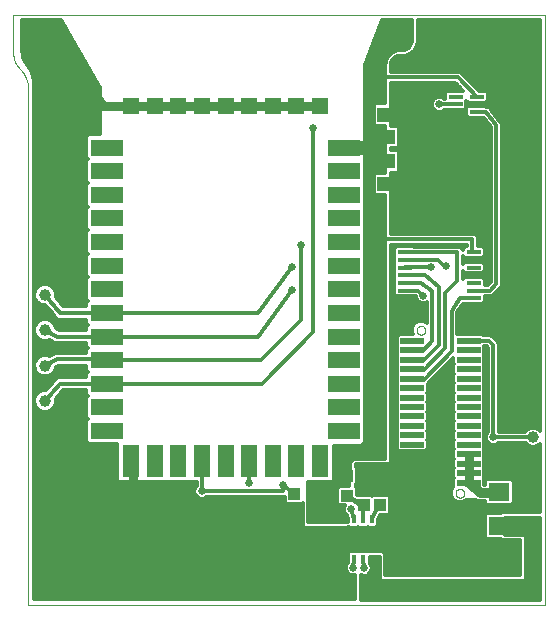
<source format=gtl>
G75*
%MOIN*%
%OFA0B0*%
%FSLAX25Y25*%
%IPPOS*%
%LPD*%
%AMOC8*
5,1,8,0,0,1.08239X$1,22.5*
%
%ADD10C,0.00000*%
%ADD11R,0.05512X0.11024*%
%ADD12R,0.11024X0.05512*%
%ADD13R,0.05512X0.05512*%
%ADD14R,0.07874X0.01969*%
%ADD15R,0.07098X0.06299*%
%ADD16R,0.05906X0.05118*%
%ADD17C,0.21000*%
%ADD18C,0.12268*%
%ADD19R,0.01600X0.03000*%
%ADD20R,0.07500X0.07500*%
%ADD21R,0.05118X0.06299*%
%ADD22R,0.04134X0.04252*%
%ADD23R,0.06299X0.05118*%
%ADD24R,0.04331X0.03937*%
%ADD25R,0.04961X0.01417*%
%ADD26C,0.03937*%
%ADD27R,0.03937X0.04331*%
%ADD28R,0.04724X0.01575*%
%ADD29C,0.01200*%
%ADD30C,0.01600*%
%ADD31C,0.03000*%
%ADD32C,0.04500*%
%ADD33C,0.02578*%
%ADD34C,0.02000*%
%ADD35C,0.03200*%
%ADD36C,0.01500*%
%ADD37R,0.02578X0.02578*%
D10*
X0006083Y0042283D02*
X0006083Y0214207D01*
X0006080Y0214441D01*
X0006072Y0214675D01*
X0006058Y0214909D01*
X0006038Y0215143D01*
X0006013Y0215376D01*
X0005983Y0215608D01*
X0005947Y0215839D01*
X0005905Y0216070D01*
X0005858Y0216299D01*
X0005806Y0216528D01*
X0005748Y0216755D01*
X0005684Y0216980D01*
X0005616Y0217204D01*
X0005542Y0217426D01*
X0005462Y0217647D01*
X0005378Y0217865D01*
X0005288Y0218082D01*
X0005194Y0218296D01*
X0005094Y0218508D01*
X0004989Y0218717D01*
X0004879Y0218924D01*
X0004764Y0219129D01*
X0004645Y0219330D01*
X0004520Y0219529D01*
X0004391Y0219724D01*
X0004258Y0219917D01*
X0004120Y0220106D01*
X0003977Y0220292D01*
X0003830Y0220474D01*
X0003679Y0220653D01*
X0003523Y0220828D01*
X0003364Y0220999D01*
X0003200Y0221167D01*
X0001083Y0226278D02*
X0001083Y0239134D01*
X0178248Y0239134D01*
X0178248Y0042283D01*
X0006083Y0042283D01*
X0135496Y0133957D02*
X0135498Y0134034D01*
X0135504Y0134110D01*
X0135514Y0134186D01*
X0135528Y0134261D01*
X0135545Y0134336D01*
X0135567Y0134409D01*
X0135592Y0134482D01*
X0135622Y0134553D01*
X0135654Y0134622D01*
X0135691Y0134689D01*
X0135730Y0134755D01*
X0135773Y0134818D01*
X0135820Y0134879D01*
X0135869Y0134938D01*
X0135922Y0134994D01*
X0135977Y0135047D01*
X0136035Y0135097D01*
X0136095Y0135144D01*
X0136158Y0135188D01*
X0136223Y0135229D01*
X0136290Y0135266D01*
X0136359Y0135300D01*
X0136429Y0135330D01*
X0136501Y0135356D01*
X0136575Y0135378D01*
X0136649Y0135397D01*
X0136724Y0135412D01*
X0136800Y0135423D01*
X0136876Y0135430D01*
X0136953Y0135433D01*
X0137029Y0135432D01*
X0137106Y0135427D01*
X0137182Y0135418D01*
X0137258Y0135405D01*
X0137332Y0135388D01*
X0137406Y0135368D01*
X0137479Y0135343D01*
X0137550Y0135315D01*
X0137620Y0135283D01*
X0137688Y0135248D01*
X0137754Y0135209D01*
X0137818Y0135167D01*
X0137879Y0135121D01*
X0137939Y0135072D01*
X0137995Y0135021D01*
X0138049Y0134966D01*
X0138100Y0134909D01*
X0138148Y0134849D01*
X0138193Y0134787D01*
X0138234Y0134722D01*
X0138272Y0134656D01*
X0138307Y0134588D01*
X0138337Y0134517D01*
X0138365Y0134446D01*
X0138388Y0134373D01*
X0138408Y0134299D01*
X0138424Y0134224D01*
X0138436Y0134148D01*
X0138444Y0134072D01*
X0138448Y0133995D01*
X0138448Y0133919D01*
X0138444Y0133842D01*
X0138436Y0133766D01*
X0138424Y0133690D01*
X0138408Y0133615D01*
X0138388Y0133541D01*
X0138365Y0133468D01*
X0138337Y0133397D01*
X0138307Y0133326D01*
X0138272Y0133258D01*
X0138234Y0133192D01*
X0138193Y0133127D01*
X0138148Y0133065D01*
X0138100Y0133005D01*
X0138049Y0132948D01*
X0137995Y0132893D01*
X0137939Y0132842D01*
X0137879Y0132793D01*
X0137818Y0132747D01*
X0137754Y0132705D01*
X0137688Y0132666D01*
X0137620Y0132631D01*
X0137550Y0132599D01*
X0137479Y0132571D01*
X0137406Y0132546D01*
X0137332Y0132526D01*
X0137258Y0132509D01*
X0137182Y0132496D01*
X0137106Y0132487D01*
X0137029Y0132482D01*
X0136953Y0132481D01*
X0136876Y0132484D01*
X0136800Y0132491D01*
X0136724Y0132502D01*
X0136649Y0132517D01*
X0136575Y0132536D01*
X0136501Y0132558D01*
X0136429Y0132584D01*
X0136359Y0132614D01*
X0136290Y0132648D01*
X0136223Y0132685D01*
X0136158Y0132726D01*
X0136095Y0132770D01*
X0136035Y0132817D01*
X0135977Y0132867D01*
X0135922Y0132920D01*
X0135869Y0132976D01*
X0135820Y0133035D01*
X0135773Y0133096D01*
X0135730Y0133159D01*
X0135691Y0133225D01*
X0135654Y0133292D01*
X0135622Y0133361D01*
X0135592Y0133432D01*
X0135567Y0133505D01*
X0135545Y0133578D01*
X0135528Y0133653D01*
X0135514Y0133728D01*
X0135504Y0133804D01*
X0135498Y0133880D01*
X0135496Y0133957D01*
X0148489Y0079626D02*
X0148491Y0079703D01*
X0148497Y0079779D01*
X0148507Y0079855D01*
X0148521Y0079930D01*
X0148538Y0080005D01*
X0148560Y0080078D01*
X0148585Y0080151D01*
X0148615Y0080222D01*
X0148647Y0080291D01*
X0148684Y0080358D01*
X0148723Y0080424D01*
X0148766Y0080487D01*
X0148813Y0080548D01*
X0148862Y0080607D01*
X0148915Y0080663D01*
X0148970Y0080716D01*
X0149028Y0080766D01*
X0149088Y0080813D01*
X0149151Y0080857D01*
X0149216Y0080898D01*
X0149283Y0080935D01*
X0149352Y0080969D01*
X0149422Y0080999D01*
X0149494Y0081025D01*
X0149568Y0081047D01*
X0149642Y0081066D01*
X0149717Y0081081D01*
X0149793Y0081092D01*
X0149869Y0081099D01*
X0149946Y0081102D01*
X0150022Y0081101D01*
X0150099Y0081096D01*
X0150175Y0081087D01*
X0150251Y0081074D01*
X0150325Y0081057D01*
X0150399Y0081037D01*
X0150472Y0081012D01*
X0150543Y0080984D01*
X0150613Y0080952D01*
X0150681Y0080917D01*
X0150747Y0080878D01*
X0150811Y0080836D01*
X0150872Y0080790D01*
X0150932Y0080741D01*
X0150988Y0080690D01*
X0151042Y0080635D01*
X0151093Y0080578D01*
X0151141Y0080518D01*
X0151186Y0080456D01*
X0151227Y0080391D01*
X0151265Y0080325D01*
X0151300Y0080257D01*
X0151330Y0080186D01*
X0151358Y0080115D01*
X0151381Y0080042D01*
X0151401Y0079968D01*
X0151417Y0079893D01*
X0151429Y0079817D01*
X0151437Y0079741D01*
X0151441Y0079664D01*
X0151441Y0079588D01*
X0151437Y0079511D01*
X0151429Y0079435D01*
X0151417Y0079359D01*
X0151401Y0079284D01*
X0151381Y0079210D01*
X0151358Y0079137D01*
X0151330Y0079066D01*
X0151300Y0078995D01*
X0151265Y0078927D01*
X0151227Y0078861D01*
X0151186Y0078796D01*
X0151141Y0078734D01*
X0151093Y0078674D01*
X0151042Y0078617D01*
X0150988Y0078562D01*
X0150932Y0078511D01*
X0150872Y0078462D01*
X0150811Y0078416D01*
X0150747Y0078374D01*
X0150681Y0078335D01*
X0150613Y0078300D01*
X0150543Y0078268D01*
X0150472Y0078240D01*
X0150399Y0078215D01*
X0150325Y0078195D01*
X0150251Y0078178D01*
X0150175Y0078165D01*
X0150099Y0078156D01*
X0150022Y0078151D01*
X0149946Y0078150D01*
X0149869Y0078153D01*
X0149793Y0078160D01*
X0149717Y0078171D01*
X0149642Y0078186D01*
X0149568Y0078205D01*
X0149494Y0078227D01*
X0149422Y0078253D01*
X0149352Y0078283D01*
X0149283Y0078317D01*
X0149216Y0078354D01*
X0149151Y0078395D01*
X0149088Y0078439D01*
X0149028Y0078486D01*
X0148970Y0078536D01*
X0148915Y0078589D01*
X0148862Y0078645D01*
X0148813Y0078704D01*
X0148766Y0078765D01*
X0148723Y0078828D01*
X0148684Y0078894D01*
X0148647Y0078961D01*
X0148615Y0079030D01*
X0148585Y0079101D01*
X0148560Y0079174D01*
X0148538Y0079247D01*
X0148521Y0079322D01*
X0148507Y0079397D01*
X0148497Y0079473D01*
X0148491Y0079549D01*
X0148489Y0079626D01*
X0003199Y0221166D02*
X0003075Y0221293D01*
X0002955Y0221423D01*
X0002837Y0221556D01*
X0002723Y0221692D01*
X0002612Y0221830D01*
X0002505Y0221972D01*
X0002401Y0222115D01*
X0002300Y0222262D01*
X0002204Y0222411D01*
X0002110Y0222562D01*
X0002021Y0222715D01*
X0001936Y0222870D01*
X0001854Y0223028D01*
X0001776Y0223187D01*
X0001702Y0223349D01*
X0001632Y0223512D01*
X0001566Y0223676D01*
X0001505Y0223843D01*
X0001447Y0224010D01*
X0001393Y0224180D01*
X0001344Y0224350D01*
X0001299Y0224521D01*
X0001258Y0224694D01*
X0001221Y0224868D01*
X0001188Y0225042D01*
X0001160Y0225217D01*
X0001136Y0225393D01*
X0001117Y0225569D01*
X0001102Y0225746D01*
X0001091Y0225923D01*
X0001084Y0226101D01*
X0001082Y0226278D01*
D11*
X0040343Y0090512D03*
X0048217Y0090512D03*
X0056091Y0090512D03*
X0063965Y0090512D03*
X0071839Y0090512D03*
X0079713Y0090512D03*
X0087587Y0090512D03*
X0095461Y0090512D03*
X0103335Y0090512D03*
D12*
X0111209Y0100354D03*
X0111209Y0108228D03*
X0111209Y0116102D03*
X0111209Y0123976D03*
X0111209Y0131850D03*
X0111209Y0139724D03*
X0111209Y0147598D03*
X0111209Y0155472D03*
X0111209Y0163346D03*
X0111209Y0171220D03*
X0111209Y0179095D03*
X0111209Y0186969D03*
X0111209Y0194843D03*
X0032469Y0194843D03*
X0032469Y0186969D03*
X0032469Y0179095D03*
X0032469Y0171220D03*
X0032469Y0163346D03*
X0032469Y0155472D03*
X0032469Y0147598D03*
X0032469Y0139724D03*
X0032469Y0131850D03*
X0032469Y0123976D03*
X0032469Y0116102D03*
X0032469Y0108228D03*
X0032469Y0100354D03*
D13*
X0040343Y0208622D03*
X0048217Y0208622D03*
X0056091Y0208622D03*
X0063965Y0208622D03*
X0071839Y0208622D03*
X0079713Y0208622D03*
X0087587Y0208622D03*
X0095461Y0208622D03*
X0103335Y0208622D03*
D14*
X0134020Y0130413D03*
X0134020Y0127264D03*
X0134020Y0124114D03*
X0134020Y0120965D03*
X0134020Y0117815D03*
X0134020Y0114665D03*
X0134020Y0111516D03*
X0134020Y0108366D03*
X0134020Y0105217D03*
X0134020Y0102067D03*
X0134020Y0098917D03*
X0134020Y0095768D03*
X0134020Y0092618D03*
X0134020Y0089469D03*
X0134020Y0086319D03*
X0134020Y0083169D03*
X0152917Y0083169D03*
X0152917Y0086319D03*
X0152917Y0089469D03*
X0152917Y0092618D03*
X0152917Y0095768D03*
X0152917Y0098917D03*
X0152917Y0102067D03*
X0152917Y0105217D03*
X0152917Y0108366D03*
X0152917Y0111516D03*
X0152917Y0114665D03*
X0152917Y0117815D03*
X0152917Y0120965D03*
X0152917Y0124114D03*
X0152917Y0127264D03*
X0152917Y0130413D03*
D15*
X0163083Y0079882D03*
X0163083Y0068685D03*
D16*
X0125483Y0182743D03*
X0125483Y0190224D03*
X0125483Y0198343D03*
X0125483Y0205824D03*
D17*
X0146618Y0181004D03*
D18*
X0012500Y0230020D03*
D19*
X0111358Y0070887D03*
X0114508Y0070887D03*
X0117657Y0070887D03*
X0120807Y0070887D03*
X0120807Y0057680D03*
X0117657Y0057680D03*
X0114508Y0057680D03*
X0111358Y0057680D03*
D20*
X0116083Y0064283D03*
D21*
X0112546Y0049583D03*
X0120420Y0049583D03*
D22*
X0123438Y0075683D03*
X0130328Y0075683D03*
D23*
X0104483Y0073020D03*
X0104483Y0065146D03*
D24*
X0112283Y0078737D03*
X0117883Y0075737D03*
X0117883Y0082430D03*
X0112283Y0085430D03*
D25*
X0131665Y0144606D03*
X0131665Y0147165D03*
X0131665Y0149724D03*
X0131665Y0152283D03*
X0131665Y0154843D03*
X0131665Y0157402D03*
X0131665Y0159961D03*
X0154500Y0159961D03*
X0154500Y0157402D03*
X0154500Y0154843D03*
X0154500Y0152283D03*
X0154500Y0149724D03*
X0154500Y0147165D03*
X0154500Y0144606D03*
D26*
X0174311Y0098283D03*
X0174311Y0076883D03*
X0174311Y0058683D03*
X0129083Y0232283D03*
X0011713Y0145783D03*
X0011713Y0133972D03*
X0011713Y0122161D03*
X0011713Y0110350D03*
D27*
X0094736Y0079283D03*
X0101429Y0079283D03*
D28*
X0148539Y0206724D03*
X0148539Y0209283D03*
X0148539Y0211843D03*
X0155626Y0211843D03*
X0155626Y0206724D03*
D29*
X0158642Y0206724D01*
X0162083Y0202283D01*
X0162083Y0149283D01*
X0160083Y0147165D01*
X0154500Y0147165D01*
X0154500Y0144606D02*
X0150083Y0144606D01*
X0147283Y0140483D01*
X0147283Y0126883D01*
X0138083Y0117483D01*
X0134283Y0117883D01*
X0134020Y0117815D01*
X0134433Y0120883D02*
X0137883Y0120683D01*
X0145083Y0127883D01*
X0145083Y0146283D01*
X0149083Y0150283D01*
X0149083Y0159961D01*
X0136206Y0159961D01*
X0131665Y0159961D01*
X0131846Y0157483D02*
X0142683Y0157483D01*
X0144483Y0155683D01*
X0145483Y0155483D01*
X0150820Y0160769D02*
X0149828Y0161761D01*
X0134751Y0161761D01*
X0134643Y0161869D01*
X0128688Y0161869D01*
X0127985Y0161166D01*
X0127985Y0158755D01*
X0128059Y0158681D01*
X0127985Y0158607D01*
X0127985Y0156196D01*
X0128059Y0156122D01*
X0127985Y0156048D01*
X0127985Y0153637D01*
X0128059Y0153563D01*
X0127985Y0153489D01*
X0127985Y0151078D01*
X0128059Y0151004D01*
X0127985Y0150930D01*
X0127985Y0148519D01*
X0128059Y0148445D01*
X0127985Y0148371D01*
X0127985Y0145960D01*
X0128688Y0145257D01*
X0131515Y0145257D01*
X0131780Y0145136D01*
X0132101Y0145257D01*
X0134643Y0145257D01*
X0134669Y0145283D01*
X0135194Y0145283D01*
X0135194Y0144988D01*
X0135573Y0144074D01*
X0136273Y0143373D01*
X0137188Y0142995D01*
X0138178Y0142995D01*
X0138883Y0143287D01*
X0138883Y0136397D01*
X0138715Y0136565D01*
X0137584Y0137033D01*
X0136361Y0137033D01*
X0135230Y0136565D01*
X0134364Y0135699D01*
X0133896Y0134569D01*
X0126863Y0134569D01*
X0126863Y0135767D02*
X0134432Y0135767D01*
X0133896Y0134569D02*
X0133896Y0133345D01*
X0134206Y0132598D01*
X0129586Y0132598D01*
X0128883Y0131895D01*
X0128883Y0128932D01*
X0128976Y0128839D01*
X0128883Y0128745D01*
X0128883Y0125782D01*
X0128976Y0125689D01*
X0128883Y0125595D01*
X0128883Y0122633D01*
X0128976Y0122539D01*
X0128883Y0122446D01*
X0128883Y0119483D01*
X0128976Y0119390D01*
X0128883Y0119296D01*
X0128883Y0116334D01*
X0128976Y0116240D01*
X0128883Y0116147D01*
X0128883Y0113184D01*
X0128976Y0113091D01*
X0128883Y0112997D01*
X0128883Y0110034D01*
X0128976Y0109941D01*
X0128883Y0109847D01*
X0128883Y0106885D01*
X0128976Y0106791D01*
X0128883Y0106698D01*
X0128883Y0103735D01*
X0128976Y0103642D01*
X0128883Y0103548D01*
X0128883Y0100586D01*
X0128976Y0100492D01*
X0128883Y0100399D01*
X0128883Y0097436D01*
X0128976Y0097343D01*
X0128883Y0097249D01*
X0128883Y0094286D01*
X0129586Y0093583D01*
X0138454Y0093583D01*
X0139157Y0094286D01*
X0139157Y0097249D01*
X0139063Y0097343D01*
X0139157Y0097436D01*
X0139157Y0100399D01*
X0139063Y0100492D01*
X0139157Y0100586D01*
X0139157Y0103548D01*
X0139063Y0103642D01*
X0139157Y0103735D01*
X0139157Y0106698D01*
X0139063Y0106791D01*
X0139157Y0106885D01*
X0139157Y0109847D01*
X0139063Y0109941D01*
X0139157Y0110034D01*
X0139157Y0112997D01*
X0139063Y0113091D01*
X0139157Y0113184D01*
X0139157Y0116007D01*
X0139296Y0116150D01*
X0139795Y0116554D01*
X0139807Y0116672D01*
X0147780Y0124819D01*
X0147780Y0122633D01*
X0147874Y0122539D01*
X0147780Y0122446D01*
X0147780Y0119483D01*
X0147874Y0119390D01*
X0147780Y0119296D01*
X0147780Y0116334D01*
X0147874Y0116240D01*
X0147780Y0116147D01*
X0147780Y0113184D01*
X0147874Y0113091D01*
X0147780Y0112997D01*
X0147780Y0110034D01*
X0147874Y0109941D01*
X0147780Y0109847D01*
X0147780Y0106885D01*
X0147874Y0106791D01*
X0147780Y0106698D01*
X0147780Y0103735D01*
X0147874Y0103642D01*
X0147780Y0103548D01*
X0147780Y0100586D01*
X0147874Y0100492D01*
X0147780Y0100399D01*
X0147780Y0097436D01*
X0147874Y0097343D01*
X0147780Y0097249D01*
X0147780Y0094286D01*
X0147874Y0094193D01*
X0147780Y0094099D01*
X0147780Y0091137D01*
X0147874Y0091043D01*
X0147780Y0090950D01*
X0147780Y0087987D01*
X0147874Y0087894D01*
X0147780Y0087800D01*
X0147780Y0084838D01*
X0147874Y0084744D01*
X0147780Y0084651D01*
X0147780Y0081792D01*
X0147357Y0081369D01*
X0146888Y0080238D01*
X0146888Y0079014D01*
X0147357Y0077883D01*
X0147956Y0077283D01*
X0126705Y0077283D01*
X0126705Y0078307D01*
X0126002Y0079009D01*
X0121083Y0079009D01*
X0121083Y0085483D01*
X0125051Y0085483D01*
X0125796Y0085483D01*
X0125797Y0085483D01*
X0126337Y0086024D01*
X0126851Y0086537D01*
X0126851Y0086538D01*
X0126851Y0087300D01*
X0126869Y0162483D01*
X0152283Y0162483D01*
X0152283Y0161869D01*
X0151523Y0161869D01*
X0150820Y0161166D01*
X0150820Y0160769D01*
X0150820Y0160936D02*
X0150653Y0160936D01*
X0152283Y0162135D02*
X0126869Y0162135D01*
X0126869Y0160936D02*
X0127985Y0160936D01*
X0127985Y0159738D02*
X0126869Y0159738D01*
X0126868Y0158539D02*
X0127985Y0158539D01*
X0127985Y0157341D02*
X0126868Y0157341D01*
X0126868Y0156142D02*
X0128039Y0156142D01*
X0127985Y0154944D02*
X0126868Y0154944D01*
X0126867Y0153745D02*
X0127985Y0153745D01*
X0127985Y0152547D02*
X0126867Y0152547D01*
X0126867Y0151348D02*
X0127985Y0151348D01*
X0127985Y0150150D02*
X0126866Y0150150D01*
X0126866Y0148951D02*
X0127985Y0148951D01*
X0127985Y0147752D02*
X0126866Y0147752D01*
X0126866Y0146554D02*
X0127985Y0146554D01*
X0128589Y0145355D02*
X0126865Y0145355D01*
X0126865Y0144157D02*
X0135538Y0144157D01*
X0137683Y0145483D02*
X0136083Y0147083D01*
X0131846Y0147083D01*
X0131665Y0147165D01*
X0131665Y0144606D02*
X0132083Y0144287D01*
X0132083Y0141283D01*
X0136198Y0136966D02*
X0126863Y0136966D01*
X0126863Y0138164D02*
X0138883Y0138164D01*
X0138883Y0136966D02*
X0137747Y0136966D01*
X0138883Y0139363D02*
X0126864Y0139363D01*
X0126864Y0140561D02*
X0138883Y0140561D01*
X0138883Y0141760D02*
X0126864Y0141760D01*
X0126865Y0142958D02*
X0138883Y0142958D01*
X0140683Y0147083D02*
X0136842Y0149724D01*
X0131665Y0149724D01*
X0131665Y0152283D02*
X0138483Y0152283D01*
X0142883Y0148283D01*
X0142883Y0129083D01*
X0137883Y0123883D01*
X0134189Y0124283D01*
X0134283Y0124118D02*
X0134020Y0124114D01*
X0134498Y0124118D01*
X0134333Y0127283D02*
X0138083Y0127283D01*
X0140683Y0130283D01*
X0140683Y0147083D01*
X0140283Y0154883D02*
X0131805Y0154883D01*
X0131665Y0154843D01*
X0131665Y0157402D02*
X0131846Y0157483D01*
X0125068Y0157341D02*
X0118483Y0157341D01*
X0118483Y0158539D02*
X0125068Y0158539D01*
X0125069Y0159738D02*
X0118483Y0159738D01*
X0118483Y0160936D02*
X0125069Y0160936D01*
X0125069Y0162135D02*
X0118483Y0162135D01*
X0118483Y0163333D02*
X0125070Y0163333D01*
X0125070Y0164532D02*
X0118483Y0164532D01*
X0118483Y0165730D02*
X0125070Y0165730D01*
X0125070Y0166929D02*
X0118483Y0166929D01*
X0118483Y0168127D02*
X0125071Y0168127D01*
X0125071Y0169326D02*
X0118483Y0169326D01*
X0118483Y0170524D02*
X0125071Y0170524D01*
X0125072Y0171723D02*
X0118483Y0171723D01*
X0118483Y0172921D02*
X0125072Y0172921D01*
X0125072Y0174120D02*
X0118483Y0174120D01*
X0118483Y0175318D02*
X0125073Y0175318D01*
X0125073Y0176517D02*
X0118483Y0176517D01*
X0118483Y0177715D02*
X0125073Y0177715D01*
X0125073Y0178914D02*
X0118483Y0178914D01*
X0118483Y0180112D02*
X0121330Y0180112D01*
X0121330Y0179687D02*
X0122033Y0178984D01*
X0125073Y0178984D01*
X0125052Y0091083D01*
X0114537Y0091083D01*
X0113483Y0090029D01*
X0113483Y0087283D01*
X0113083Y0087283D01*
X0113083Y0081906D01*
X0109620Y0081906D01*
X0108917Y0081203D01*
X0108917Y0076271D01*
X0109620Y0075569D01*
X0111521Y0075569D01*
X0111194Y0074779D01*
X0111194Y0073788D01*
X0111573Y0072874D01*
X0112273Y0072173D01*
X0112351Y0072141D01*
X0112508Y0071495D01*
X0112508Y0070083D01*
X0109337Y0070083D01*
X0109137Y0069883D01*
X0099483Y0069883D01*
X0099483Y0083283D01*
X0108083Y0083283D01*
X0108083Y0095283D01*
X0117083Y0095283D01*
X0118483Y0096283D01*
X0118483Y0222283D01*
X0124083Y0237283D01*
X0134083Y0237283D01*
X0134083Y0231283D01*
X0134113Y0230591D01*
X0134008Y0229906D01*
X0133771Y0229255D01*
X0133411Y0228662D01*
X0132943Y0228151D01*
X0132384Y0227741D01*
X0131756Y0227448D01*
X0131083Y0227283D01*
X0130051Y0227283D01*
X0129188Y0227208D01*
X0128352Y0226984D01*
X0127567Y0226618D01*
X0126857Y0226121D01*
X0126245Y0225509D01*
X0125748Y0224799D01*
X0125382Y0224014D01*
X0125158Y0223178D01*
X0125083Y0222315D01*
X0125083Y0217283D01*
X0125081Y0209583D01*
X0122033Y0209583D01*
X0121330Y0208880D01*
X0121330Y0202768D01*
X0122033Y0202065D01*
X0125079Y0202065D01*
X0125075Y0186502D01*
X0122033Y0186502D01*
X0121330Y0185799D01*
X0121330Y0179687D01*
X0121330Y0181311D02*
X0118483Y0181311D01*
X0118483Y0182509D02*
X0121330Y0182509D01*
X0121330Y0183708D02*
X0118483Y0183708D01*
X0118483Y0184906D02*
X0121330Y0184906D01*
X0121635Y0186105D02*
X0118483Y0186105D01*
X0118483Y0187303D02*
X0125075Y0187303D01*
X0125076Y0188502D02*
X0118483Y0188502D01*
X0118483Y0189700D02*
X0125076Y0189700D01*
X0125076Y0190899D02*
X0118483Y0190899D01*
X0118483Y0192097D02*
X0125077Y0192097D01*
X0125077Y0193296D02*
X0118483Y0193296D01*
X0118483Y0194494D02*
X0125077Y0194494D01*
X0125077Y0195693D02*
X0118483Y0195693D01*
X0118483Y0196891D02*
X0125078Y0196891D01*
X0125078Y0198090D02*
X0118483Y0198090D01*
X0118483Y0199288D02*
X0125078Y0199288D01*
X0125079Y0200487D02*
X0118483Y0200487D01*
X0118483Y0201685D02*
X0125079Y0201685D01*
X0126879Y0202102D02*
X0126882Y0216483D01*
X0148439Y0216483D01*
X0151093Y0213830D01*
X0145680Y0213830D01*
X0144977Y0213127D01*
X0144977Y0211083D01*
X0144803Y0211083D01*
X0144493Y0211394D01*
X0143578Y0211772D01*
X0142588Y0211772D01*
X0141673Y0211394D01*
X0140973Y0210693D01*
X0140594Y0209779D01*
X0140594Y0208788D01*
X0140973Y0207874D01*
X0141673Y0207173D01*
X0142588Y0206795D01*
X0143578Y0206795D01*
X0144493Y0207173D01*
X0144803Y0207483D01*
X0145493Y0207483D01*
X0145680Y0207296D01*
X0151399Y0207296D01*
X0152064Y0207961D01*
X0152064Y0205440D01*
X0152767Y0204737D01*
X0157905Y0204737D01*
X0160283Y0201668D01*
X0160283Y0149999D01*
X0159307Y0148965D01*
X0158180Y0148965D01*
X0158180Y0150930D01*
X0157477Y0151633D01*
X0151523Y0151633D01*
X0150883Y0150993D01*
X0150883Y0153574D01*
X0151523Y0152934D01*
X0157477Y0152934D01*
X0158180Y0153637D01*
X0158180Y0156048D01*
X0157477Y0156751D01*
X0151523Y0156751D01*
X0150883Y0156111D01*
X0150883Y0158692D01*
X0151523Y0158052D01*
X0157477Y0158052D01*
X0158180Y0158755D01*
X0158180Y0161166D01*
X0157477Y0161869D01*
X0155883Y0161869D01*
X0155883Y0165029D01*
X0154828Y0166083D01*
X0126870Y0166083D01*
X0126875Y0186465D01*
X0128932Y0186465D01*
X0129635Y0187168D01*
X0129635Y0193280D01*
X0128932Y0193983D01*
X0126877Y0193983D01*
X0126877Y0194584D01*
X0128932Y0194584D01*
X0129635Y0195287D01*
X0129635Y0201399D01*
X0128932Y0202102D01*
X0126879Y0202102D01*
X0126879Y0202884D02*
X0159340Y0202884D01*
X0158412Y0204083D02*
X0126879Y0204083D01*
X0126880Y0205281D02*
X0152223Y0205281D01*
X0152064Y0206480D02*
X0126880Y0206480D01*
X0126880Y0207678D02*
X0141168Y0207678D01*
X0140594Y0208877D02*
X0126881Y0208877D01*
X0126881Y0210075D02*
X0140717Y0210075D01*
X0141553Y0211274D02*
X0126881Y0211274D01*
X0126881Y0212472D02*
X0144977Y0212472D01*
X0144977Y0211274D02*
X0144613Y0211274D01*
X0143083Y0209283D02*
X0148539Y0209283D01*
X0152102Y0208877D02*
X0176648Y0208877D01*
X0176648Y0210075D02*
X0158705Y0210075D01*
X0158485Y0209855D02*
X0159188Y0210558D01*
X0159188Y0213127D01*
X0158485Y0213830D01*
X0156184Y0213830D01*
X0149931Y0220083D01*
X0126883Y0220083D01*
X0126883Y0222236D01*
X0126938Y0222864D01*
X0127080Y0223396D01*
X0127313Y0223896D01*
X0127629Y0224347D01*
X0128019Y0224737D01*
X0128470Y0225053D01*
X0128970Y0225286D01*
X0129502Y0225429D01*
X0130130Y0225483D01*
X0130579Y0225483D01*
X0130786Y0225358D01*
X0131300Y0225483D01*
X0131828Y0225483D01*
X0131852Y0225507D01*
X0132356Y0225742D01*
X0132813Y0225854D01*
X0132847Y0225849D01*
X0132875Y0225869D01*
X0132908Y0225877D01*
X0132926Y0225906D01*
X0133306Y0226185D01*
X0133732Y0226384D01*
X0133766Y0226385D01*
X0133790Y0226411D01*
X0133821Y0226425D01*
X0133832Y0226457D01*
X0134150Y0226804D01*
X0134530Y0227083D01*
X0134563Y0227091D01*
X0134581Y0227120D01*
X0134609Y0227141D01*
X0134614Y0227174D01*
X0134858Y0227577D01*
X0135176Y0227924D01*
X0135207Y0227939D01*
X0135219Y0227971D01*
X0135242Y0227996D01*
X0135240Y0228030D01*
X0135401Y0228473D01*
X0135646Y0228875D01*
X0135673Y0228895D01*
X0135679Y0228929D01*
X0135696Y0228959D01*
X0135688Y0228992D01*
X0135760Y0229457D01*
X0135921Y0229900D01*
X0135944Y0229925D01*
X0135942Y0229959D01*
X0135954Y0229991D01*
X0135940Y0230022D01*
X0135919Y0230493D01*
X0136005Y0231054D01*
X0135887Y0231215D01*
X0135883Y0231323D01*
X0135883Y0237283D01*
X0176648Y0237283D01*
X0176648Y0100427D01*
X0176106Y0100970D01*
X0174941Y0101452D01*
X0173681Y0101452D01*
X0172516Y0100970D01*
X0171630Y0100083D01*
X0162883Y0100083D01*
X0162883Y0129675D01*
X0161828Y0130729D01*
X0160344Y0132213D01*
X0157736Y0132213D01*
X0157351Y0132598D01*
X0149083Y0132598D01*
X0149083Y0139930D01*
X0151036Y0142806D01*
X0151414Y0142806D01*
X0151523Y0142698D01*
X0157477Y0142698D01*
X0158180Y0143401D01*
X0158180Y0145365D01*
X0159367Y0145365D01*
X0159389Y0145345D01*
X0160109Y0145365D01*
X0160828Y0145365D01*
X0160850Y0145387D01*
X0160880Y0145387D01*
X0161374Y0145911D01*
X0161883Y0146420D01*
X0161883Y0146450D01*
X0163374Y0148029D01*
X0163883Y0148538D01*
X0163883Y0148568D01*
X0163903Y0148590D01*
X0163883Y0149309D01*
X0163883Y0202170D01*
X0163962Y0202797D01*
X0163883Y0202899D01*
X0163883Y0203029D01*
X0163436Y0203476D01*
X0160442Y0207340D01*
X0160442Y0207470D01*
X0159995Y0207917D01*
X0159608Y0208416D01*
X0159479Y0208433D01*
X0159387Y0208524D01*
X0158755Y0208524D01*
X0158661Y0208536D01*
X0158485Y0208712D01*
X0152767Y0208712D01*
X0152102Y0208047D01*
X0152102Y0210520D01*
X0152767Y0209855D01*
X0158485Y0209855D01*
X0159188Y0211274D02*
X0176648Y0211274D01*
X0176648Y0212472D02*
X0159188Y0212472D01*
X0158645Y0213671D02*
X0176648Y0213671D01*
X0176648Y0214869D02*
X0155145Y0214869D01*
X0153946Y0216068D02*
X0176648Y0216068D01*
X0176648Y0217266D02*
X0152748Y0217266D01*
X0151549Y0218465D02*
X0176648Y0218465D01*
X0176648Y0219663D02*
X0150351Y0219663D01*
X0149185Y0218283D02*
X0155626Y0211843D01*
X0152547Y0210075D02*
X0152102Y0210075D01*
X0152064Y0207678D02*
X0151781Y0207678D01*
X0150054Y0214869D02*
X0126882Y0214869D01*
X0126882Y0213671D02*
X0145521Y0213671D01*
X0148855Y0216068D02*
X0126882Y0216068D01*
X0125082Y0216068D02*
X0118483Y0216068D01*
X0118483Y0217266D02*
X0125083Y0217266D01*
X0125083Y0218465D02*
X0118483Y0218465D01*
X0118483Y0219663D02*
X0125083Y0219663D01*
X0125083Y0220862D02*
X0118483Y0220862D01*
X0118483Y0222060D02*
X0125083Y0222060D01*
X0125180Y0223259D02*
X0118847Y0223259D01*
X0119294Y0224457D02*
X0125589Y0224457D01*
X0126392Y0225656D02*
X0119742Y0225656D01*
X0120189Y0226854D02*
X0128074Y0226854D01*
X0127739Y0224457D02*
X0176648Y0224457D01*
X0176648Y0223259D02*
X0127043Y0223259D01*
X0126883Y0222060D02*
X0176648Y0222060D01*
X0176648Y0220862D02*
X0126883Y0220862D01*
X0125082Y0214869D02*
X0118483Y0214869D01*
X0118483Y0213671D02*
X0125082Y0213671D01*
X0125082Y0212472D02*
X0118483Y0212472D01*
X0118483Y0211274D02*
X0125081Y0211274D01*
X0125081Y0210075D02*
X0118483Y0210075D01*
X0118483Y0208877D02*
X0121330Y0208877D01*
X0121330Y0207678D02*
X0118483Y0207678D01*
X0118483Y0206480D02*
X0121330Y0206480D01*
X0121330Y0205281D02*
X0118483Y0205281D01*
X0118483Y0204083D02*
X0121330Y0204083D01*
X0121330Y0202884D02*
X0118483Y0202884D01*
X0126877Y0194494D02*
X0160283Y0194494D01*
X0160283Y0193296D02*
X0129619Y0193296D01*
X0129635Y0192097D02*
X0160283Y0192097D01*
X0160283Y0190899D02*
X0129635Y0190899D01*
X0129635Y0189700D02*
X0160283Y0189700D01*
X0160283Y0188502D02*
X0129635Y0188502D01*
X0129635Y0187303D02*
X0160283Y0187303D01*
X0160283Y0186105D02*
X0126875Y0186105D01*
X0126875Y0184906D02*
X0160283Y0184906D01*
X0160283Y0183708D02*
X0126875Y0183708D01*
X0126874Y0182509D02*
X0160283Y0182509D01*
X0160283Y0181311D02*
X0126874Y0181311D01*
X0126874Y0180112D02*
X0160283Y0180112D01*
X0160283Y0178914D02*
X0126873Y0178914D01*
X0126873Y0177715D02*
X0160283Y0177715D01*
X0160283Y0176517D02*
X0126873Y0176517D01*
X0126872Y0175318D02*
X0160283Y0175318D01*
X0160283Y0174120D02*
X0126872Y0174120D01*
X0126872Y0172921D02*
X0160283Y0172921D01*
X0160283Y0171723D02*
X0126872Y0171723D01*
X0126871Y0170524D02*
X0160283Y0170524D01*
X0160283Y0169326D02*
X0126871Y0169326D01*
X0126871Y0168127D02*
X0160283Y0168127D01*
X0160283Y0166929D02*
X0126870Y0166929D01*
X0124083Y0164283D02*
X0154083Y0164283D01*
X0154083Y0160280D01*
X0155883Y0162135D02*
X0160283Y0162135D01*
X0160283Y0163333D02*
X0155883Y0163333D01*
X0155883Y0164532D02*
X0160283Y0164532D01*
X0160283Y0165730D02*
X0155182Y0165730D01*
X0158180Y0160936D02*
X0160283Y0160936D01*
X0160283Y0159738D02*
X0158180Y0159738D01*
X0157964Y0158539D02*
X0160283Y0158539D01*
X0160283Y0157341D02*
X0150883Y0157341D01*
X0150883Y0158539D02*
X0151036Y0158539D01*
X0150914Y0156142D02*
X0150883Y0156142D01*
X0150883Y0152547D02*
X0160283Y0152547D01*
X0160283Y0153745D02*
X0158180Y0153745D01*
X0158180Y0154944D02*
X0160283Y0154944D01*
X0160283Y0156142D02*
X0158086Y0156142D01*
X0157762Y0151348D02*
X0160283Y0151348D01*
X0160283Y0150150D02*
X0158180Y0150150D01*
X0158180Y0145355D02*
X0159378Y0145355D01*
X0159763Y0145355D02*
X0176648Y0145355D01*
X0176648Y0144157D02*
X0158180Y0144157D01*
X0157738Y0142958D02*
X0176648Y0142958D01*
X0176648Y0141760D02*
X0150325Y0141760D01*
X0149511Y0140561D02*
X0176648Y0140561D01*
X0176648Y0139363D02*
X0149083Y0139363D01*
X0149083Y0138164D02*
X0176648Y0138164D01*
X0176648Y0136966D02*
X0149083Y0136966D01*
X0149083Y0135767D02*
X0176648Y0135767D01*
X0176648Y0134569D02*
X0149083Y0134569D01*
X0149083Y0133370D02*
X0176648Y0133370D01*
X0176648Y0132172D02*
X0160386Y0132172D01*
X0161584Y0130973D02*
X0176648Y0130973D01*
X0176648Y0129775D02*
X0162783Y0129775D01*
X0162883Y0128576D02*
X0176648Y0128576D01*
X0176648Y0127378D02*
X0162883Y0127378D01*
X0162883Y0126179D02*
X0176648Y0126179D01*
X0176648Y0124981D02*
X0162883Y0124981D01*
X0162883Y0123782D02*
X0176648Y0123782D01*
X0176648Y0122584D02*
X0162883Y0122584D01*
X0162883Y0121385D02*
X0176648Y0121385D01*
X0176648Y0120187D02*
X0162883Y0120187D01*
X0162883Y0118988D02*
X0176648Y0118988D01*
X0176648Y0117790D02*
X0162883Y0117790D01*
X0162883Y0116591D02*
X0176648Y0116591D01*
X0176648Y0115393D02*
X0162883Y0115393D01*
X0162883Y0114194D02*
X0176648Y0114194D01*
X0176648Y0112996D02*
X0162883Y0112996D01*
X0162883Y0111797D02*
X0176648Y0111797D01*
X0176648Y0110599D02*
X0162883Y0110599D01*
X0162883Y0109400D02*
X0176648Y0109400D01*
X0176648Y0108202D02*
X0162883Y0108202D01*
X0162883Y0107003D02*
X0176648Y0107003D01*
X0176648Y0105805D02*
X0162883Y0105805D01*
X0162883Y0104606D02*
X0176648Y0104606D01*
X0176648Y0103408D02*
X0162883Y0103408D01*
X0162883Y0102209D02*
X0176648Y0102209D01*
X0176648Y0101011D02*
X0176007Y0101011D01*
X0174311Y0098283D02*
X0161083Y0098283D01*
X0161083Y0128929D01*
X0159598Y0130413D01*
X0152917Y0130413D01*
X0153583Y0130283D01*
X0158054Y0128613D02*
X0158054Y0125782D01*
X0157961Y0125689D01*
X0158054Y0125595D01*
X0158054Y0122633D01*
X0157961Y0122539D01*
X0158054Y0122446D01*
X0158054Y0119483D01*
X0157961Y0119390D01*
X0158054Y0119296D01*
X0158054Y0116334D01*
X0157961Y0116240D01*
X0158054Y0116147D01*
X0158054Y0113184D01*
X0157961Y0113091D01*
X0158054Y0112997D01*
X0158054Y0110034D01*
X0157961Y0109941D01*
X0158054Y0109847D01*
X0158054Y0106885D01*
X0157961Y0106791D01*
X0158054Y0106698D01*
X0158054Y0103735D01*
X0157961Y0103642D01*
X0158054Y0103548D01*
X0158054Y0100586D01*
X0157961Y0100492D01*
X0158054Y0100399D01*
X0158054Y0097436D01*
X0157961Y0097343D01*
X0158054Y0097249D01*
X0158054Y0094286D01*
X0157961Y0094193D01*
X0158054Y0094099D01*
X0158054Y0091137D01*
X0157961Y0091043D01*
X0158054Y0090950D01*
X0158054Y0087987D01*
X0157961Y0087894D01*
X0158054Y0087800D01*
X0158054Y0084838D01*
X0157961Y0084744D01*
X0158054Y0084651D01*
X0158054Y0082483D01*
X0158333Y0082483D01*
X0158333Y0083529D01*
X0159036Y0084232D01*
X0167129Y0084232D01*
X0167832Y0083529D01*
X0167832Y0077283D01*
X0176648Y0077283D01*
X0176648Y0096140D01*
X0176106Y0095597D01*
X0174941Y0095115D01*
X0173681Y0095115D01*
X0172516Y0095597D01*
X0171630Y0096483D01*
X0162803Y0096483D01*
X0162493Y0096173D01*
X0161578Y0095795D01*
X0160588Y0095795D01*
X0159673Y0096173D01*
X0158973Y0096874D01*
X0158594Y0097788D01*
X0158594Y0098779D01*
X0158973Y0099693D01*
X0159283Y0100003D01*
X0159283Y0128184D01*
X0158853Y0128613D01*
X0158054Y0128613D01*
X0158054Y0128576D02*
X0158890Y0128576D01*
X0159283Y0127378D02*
X0158054Y0127378D01*
X0158054Y0126179D02*
X0159283Y0126179D01*
X0159283Y0124981D02*
X0158054Y0124981D01*
X0158054Y0123782D02*
X0159283Y0123782D01*
X0159283Y0122584D02*
X0158005Y0122584D01*
X0158054Y0121385D02*
X0159283Y0121385D01*
X0159283Y0120187D02*
X0158054Y0120187D01*
X0158054Y0118988D02*
X0159283Y0118988D01*
X0159283Y0117790D02*
X0158054Y0117790D01*
X0158054Y0116591D02*
X0159283Y0116591D01*
X0159283Y0115393D02*
X0158054Y0115393D01*
X0158054Y0114194D02*
X0159283Y0114194D01*
X0159283Y0112996D02*
X0158054Y0112996D01*
X0158054Y0111797D02*
X0159283Y0111797D01*
X0159283Y0110599D02*
X0158054Y0110599D01*
X0158054Y0109400D02*
X0159283Y0109400D01*
X0159283Y0108202D02*
X0158054Y0108202D01*
X0158054Y0107003D02*
X0159283Y0107003D01*
X0159283Y0105805D02*
X0158054Y0105805D01*
X0158054Y0104606D02*
X0159283Y0104606D01*
X0159283Y0103408D02*
X0158054Y0103408D01*
X0158054Y0102209D02*
X0159283Y0102209D01*
X0159283Y0101011D02*
X0158054Y0101011D01*
X0158054Y0099812D02*
X0159091Y0099812D01*
X0158594Y0098614D02*
X0158054Y0098614D01*
X0158033Y0097415D02*
X0158748Y0097415D01*
X0158054Y0096216D02*
X0159630Y0096216D01*
X0158054Y0095018D02*
X0176648Y0095018D01*
X0176648Y0093819D02*
X0158054Y0093819D01*
X0158054Y0092621D02*
X0176648Y0092621D01*
X0176648Y0091422D02*
X0158054Y0091422D01*
X0158054Y0090224D02*
X0176648Y0090224D01*
X0176648Y0089025D02*
X0158054Y0089025D01*
X0158028Y0087827D02*
X0176648Y0087827D01*
X0176648Y0086628D02*
X0158054Y0086628D01*
X0158054Y0085430D02*
X0176648Y0085430D01*
X0176648Y0084231D02*
X0167129Y0084231D01*
X0167832Y0083033D02*
X0176648Y0083033D01*
X0176648Y0081834D02*
X0167832Y0081834D01*
X0167832Y0080636D02*
X0176648Y0080636D01*
X0176648Y0079437D02*
X0167832Y0079437D01*
X0167832Y0078239D02*
X0176648Y0078239D01*
X0176648Y0077283D02*
X0176648Y0073483D01*
X0164254Y0073483D01*
X0163805Y0073035D01*
X0159036Y0073035D01*
X0158333Y0072332D01*
X0158333Y0065038D01*
X0159036Y0064335D01*
X0163802Y0064335D01*
X0164254Y0063883D01*
X0170083Y0063883D01*
X0170083Y0052283D01*
X0125083Y0052283D01*
X0125083Y0059312D01*
X0123911Y0060483D01*
X0116254Y0060483D01*
X0115978Y0060207D01*
X0115805Y0060380D01*
X0113211Y0060380D01*
X0113115Y0060283D01*
X0112083Y0060283D01*
X0112083Y0058283D01*
X0105083Y0058283D01*
X0105083Y0065283D01*
X0110083Y0065283D01*
X0110083Y0068187D01*
X0112655Y0068187D01*
X0112751Y0068283D01*
X0113115Y0068283D01*
X0113211Y0068187D01*
X0115805Y0068187D01*
X0116083Y0068465D01*
X0116360Y0068187D01*
X0118955Y0068187D01*
X0119232Y0068465D01*
X0119510Y0068187D01*
X0122104Y0068187D01*
X0122807Y0068890D01*
X0122807Y0070937D01*
X0123453Y0072358D01*
X0126002Y0072358D01*
X0126705Y0073060D01*
X0126705Y0078307D01*
X0126002Y0079009D01*
X0120874Y0079009D01*
X0120657Y0078793D01*
X0120545Y0078906D01*
X0115741Y0078906D01*
X0115648Y0078956D01*
X0115648Y0081203D01*
X0115283Y0081568D01*
X0115283Y0082599D01*
X0115648Y0082964D01*
X0115648Y0087895D01*
X0115283Y0088261D01*
X0115283Y0089283D01*
X0128883Y0089283D01*
X0128883Y0093283D01*
X0136083Y0093283D01*
X0136083Y0077283D01*
X0147956Y0077283D01*
X0148222Y0077018D01*
X0149353Y0076550D01*
X0150576Y0076550D01*
X0151707Y0077018D01*
X0151973Y0077283D01*
X0155360Y0077283D01*
X0155383Y0077274D01*
X0155452Y0077213D01*
X0155894Y0077062D01*
X0156326Y0076883D01*
X0156419Y0076883D01*
X0156507Y0076854D01*
X0156973Y0076883D01*
X0158333Y0076883D01*
X0158333Y0076235D01*
X0159036Y0075532D01*
X0167129Y0075532D01*
X0167832Y0076235D01*
X0167832Y0077283D01*
X0176648Y0077283D01*
X0176648Y0077040D02*
X0167832Y0077040D01*
X0167438Y0075842D02*
X0176648Y0075842D01*
X0176648Y0074643D02*
X0126705Y0074643D01*
X0126705Y0073445D02*
X0164216Y0073445D01*
X0158727Y0075842D02*
X0126705Y0075842D01*
X0126705Y0077040D02*
X0148200Y0077040D01*
X0147209Y0078239D02*
X0126705Y0078239D01*
X0136083Y0078239D01*
X0136083Y0079437D02*
X0115648Y0079437D01*
X0115648Y0080636D02*
X0136083Y0080636D01*
X0136083Y0081834D02*
X0115283Y0081834D01*
X0115648Y0083033D02*
X0136083Y0083033D01*
X0136083Y0084231D02*
X0115648Y0084231D01*
X0115648Y0085430D02*
X0136083Y0085430D01*
X0136083Y0086628D02*
X0115648Y0086628D01*
X0115648Y0087827D02*
X0136083Y0087827D01*
X0136083Y0089025D02*
X0115283Y0089025D01*
X0113483Y0089025D02*
X0108083Y0089025D01*
X0108083Y0087827D02*
X0113483Y0087827D01*
X0113083Y0086628D02*
X0108083Y0086628D01*
X0108083Y0085430D02*
X0113083Y0085430D01*
X0113083Y0084231D02*
X0108083Y0084231D01*
X0109549Y0081834D02*
X0099483Y0081834D01*
X0099483Y0080636D02*
X0108917Y0080636D01*
X0108917Y0079437D02*
X0099483Y0079437D01*
X0099483Y0078239D02*
X0108917Y0078239D01*
X0108917Y0077040D02*
X0099483Y0077040D01*
X0099483Y0075842D02*
X0109347Y0075842D01*
X0111194Y0074643D02*
X0099483Y0074643D01*
X0099483Y0073445D02*
X0111336Y0073445D01*
X0112200Y0072246D02*
X0099483Y0072246D01*
X0099483Y0071048D02*
X0112508Y0071048D01*
X0111358Y0070887D02*
X0111333Y0071083D01*
X0111283Y0071083D01*
X0111358Y0070887D02*
X0111333Y0070083D01*
X0110083Y0067452D02*
X0158333Y0067452D01*
X0158333Y0066254D02*
X0110083Y0066254D01*
X0114508Y0070887D02*
X0113683Y0074283D01*
X0117233Y0075583D02*
X0117883Y0075737D01*
X0118083Y0075583D02*
X0112283Y0078737D01*
X0117633Y0075133D01*
X0117633Y0071083D01*
X0117657Y0070887D01*
X0116083Y0068083D02*
X0116083Y0060312D01*
X0115978Y0060207D01*
X0115805Y0060380D01*
X0113211Y0060380D01*
X0112508Y0059677D01*
X0112508Y0056503D01*
X0112198Y0056193D01*
X0111819Y0055279D01*
X0111819Y0054288D01*
X0112198Y0053374D01*
X0112898Y0052673D01*
X0113813Y0052295D01*
X0114803Y0052295D01*
X0115083Y0052410D01*
X0115083Y0044283D01*
X0008083Y0044283D01*
X0008083Y0083283D01*
X0062165Y0083283D01*
X0062165Y0082003D01*
X0061855Y0081693D01*
X0061476Y0080779D01*
X0061476Y0079788D01*
X0061855Y0078874D01*
X0062555Y0078173D01*
X0063469Y0077795D01*
X0064460Y0077795D01*
X0065374Y0078173D01*
X0065684Y0078483D01*
X0091568Y0078483D01*
X0091568Y0076621D01*
X0092271Y0075918D01*
X0097202Y0075918D01*
X0097683Y0076399D01*
X0097683Y0068083D01*
X0116083Y0068083D01*
X0116083Y0067452D02*
X0008083Y0067452D01*
X0008083Y0066254D02*
X0116083Y0066254D01*
X0116083Y0065055D02*
X0008083Y0065055D01*
X0008083Y0063857D02*
X0116083Y0063857D01*
X0116083Y0062658D02*
X0008083Y0062658D01*
X0008083Y0061460D02*
X0116083Y0061460D01*
X0116032Y0060261D02*
X0115923Y0060261D01*
X0116032Y0060261D01*
X0113092Y0060261D02*
X0008083Y0060261D01*
X0008083Y0059063D02*
X0112508Y0059063D01*
X0112083Y0059063D02*
X0105083Y0059063D01*
X0105083Y0060261D02*
X0112083Y0060261D01*
X0112508Y0057864D02*
X0008083Y0057864D01*
X0008083Y0056666D02*
X0112508Y0056666D01*
X0111897Y0055467D02*
X0008083Y0055467D01*
X0008083Y0054269D02*
X0111827Y0054269D01*
X0111333Y0053333D02*
X0112033Y0050633D01*
X0112546Y0049583D01*
X0112501Y0053070D02*
X0008083Y0053070D01*
X0008083Y0051872D02*
X0115083Y0051872D01*
X0115083Y0050673D02*
X0008083Y0050673D01*
X0008083Y0049475D02*
X0115083Y0049475D01*
X0115083Y0048276D02*
X0008083Y0048276D01*
X0008083Y0047078D02*
X0115083Y0047078D01*
X0115083Y0045879D02*
X0008083Y0045879D01*
X0008083Y0044681D02*
X0115083Y0044681D01*
X0111333Y0053333D02*
X0111333Y0057583D01*
X0114508Y0057680D02*
X0114308Y0054783D01*
X0117857Y0054783D02*
X0117657Y0057680D01*
X0124133Y0060261D02*
X0170083Y0060261D01*
X0170083Y0059063D02*
X0125083Y0059063D01*
X0125083Y0057864D02*
X0170083Y0057864D01*
X0170083Y0056666D02*
X0125083Y0056666D01*
X0125083Y0055467D02*
X0170083Y0055467D01*
X0170083Y0054269D02*
X0125083Y0054269D01*
X0125083Y0053070D02*
X0170083Y0053070D01*
X0170083Y0061460D02*
X0105083Y0061460D01*
X0105083Y0062658D02*
X0170083Y0062658D01*
X0170083Y0063857D02*
X0105083Y0063857D01*
X0105083Y0065055D02*
X0158333Y0065055D01*
X0158333Y0068651D02*
X0122567Y0068651D01*
X0122807Y0069849D02*
X0158333Y0069849D01*
X0158333Y0071048D02*
X0122858Y0071048D01*
X0123403Y0072246D02*
X0158333Y0072246D01*
X0155947Y0077040D02*
X0151730Y0077040D01*
X0147053Y0080636D02*
X0121083Y0080636D01*
X0121083Y0081834D02*
X0147780Y0081834D01*
X0147780Y0083033D02*
X0121083Y0083033D01*
X0121083Y0084231D02*
X0147780Y0084231D01*
X0147780Y0085430D02*
X0121083Y0085430D01*
X0125052Y0091422D02*
X0108083Y0091422D01*
X0108083Y0090224D02*
X0113678Y0090224D01*
X0108083Y0092621D02*
X0125052Y0092621D01*
X0125053Y0093819D02*
X0108083Y0093819D01*
X0108083Y0095018D02*
X0125053Y0095018D01*
X0125053Y0096216D02*
X0118389Y0096216D01*
X0118483Y0097415D02*
X0125054Y0097415D01*
X0125054Y0098614D02*
X0118483Y0098614D01*
X0118483Y0099812D02*
X0125054Y0099812D01*
X0125055Y0101011D02*
X0118483Y0101011D01*
X0118483Y0102209D02*
X0125055Y0102209D01*
X0125055Y0103408D02*
X0118483Y0103408D01*
X0118483Y0104606D02*
X0125055Y0104606D01*
X0125056Y0105805D02*
X0118483Y0105805D01*
X0118483Y0107003D02*
X0125056Y0107003D01*
X0125056Y0108202D02*
X0118483Y0108202D01*
X0118483Y0109400D02*
X0125057Y0109400D01*
X0125057Y0110599D02*
X0118483Y0110599D01*
X0118483Y0111797D02*
X0125057Y0111797D01*
X0125057Y0112996D02*
X0118483Y0112996D01*
X0118483Y0114194D02*
X0125058Y0114194D01*
X0125058Y0115393D02*
X0118483Y0115393D01*
X0118483Y0116591D02*
X0125058Y0116591D01*
X0125059Y0117790D02*
X0118483Y0117790D01*
X0118483Y0118988D02*
X0125059Y0118988D01*
X0125059Y0120187D02*
X0118483Y0120187D01*
X0118483Y0121385D02*
X0125059Y0121385D01*
X0125060Y0122584D02*
X0118483Y0122584D01*
X0118483Y0123782D02*
X0125060Y0123782D01*
X0125060Y0124981D02*
X0118483Y0124981D01*
X0118483Y0126179D02*
X0125061Y0126179D01*
X0125061Y0127378D02*
X0118483Y0127378D01*
X0118483Y0128576D02*
X0125061Y0128576D01*
X0125061Y0129775D02*
X0118483Y0129775D01*
X0118483Y0130973D02*
X0125062Y0130973D01*
X0125062Y0132172D02*
X0118483Y0132172D01*
X0118483Y0133370D02*
X0125062Y0133370D01*
X0125063Y0134569D02*
X0118483Y0134569D01*
X0118483Y0135767D02*
X0125063Y0135767D01*
X0125063Y0136966D02*
X0118483Y0136966D01*
X0118483Y0138164D02*
X0125064Y0138164D01*
X0125064Y0139363D02*
X0118483Y0139363D01*
X0118483Y0140561D02*
X0125064Y0140561D01*
X0125064Y0141760D02*
X0118483Y0141760D01*
X0118483Y0142958D02*
X0125065Y0142958D01*
X0125065Y0144157D02*
X0118483Y0144157D01*
X0118483Y0145355D02*
X0125065Y0145355D01*
X0125066Y0146554D02*
X0118483Y0146554D01*
X0118483Y0147752D02*
X0125066Y0147752D01*
X0125066Y0148951D02*
X0118483Y0148951D01*
X0118483Y0150150D02*
X0125066Y0150150D01*
X0125067Y0151348D02*
X0118483Y0151348D01*
X0118483Y0152547D02*
X0125067Y0152547D01*
X0125067Y0153745D02*
X0118483Y0153745D01*
X0118483Y0154944D02*
X0125068Y0154944D01*
X0125068Y0156142D02*
X0118483Y0156142D01*
X0126862Y0133370D02*
X0133896Y0133370D01*
X0129160Y0132172D02*
X0126862Y0132172D01*
X0126862Y0130973D02*
X0128883Y0130973D01*
X0128883Y0129775D02*
X0126861Y0129775D01*
X0126861Y0128576D02*
X0128883Y0128576D01*
X0128883Y0127378D02*
X0126861Y0127378D01*
X0126861Y0126179D02*
X0128883Y0126179D01*
X0128883Y0124981D02*
X0126860Y0124981D01*
X0126860Y0123782D02*
X0128883Y0123782D01*
X0128932Y0122584D02*
X0126860Y0122584D01*
X0126859Y0121385D02*
X0128883Y0121385D01*
X0128883Y0120187D02*
X0126859Y0120187D01*
X0126859Y0118988D02*
X0128883Y0118988D01*
X0128883Y0117790D02*
X0126859Y0117790D01*
X0126858Y0116591D02*
X0128883Y0116591D01*
X0128883Y0115393D02*
X0126858Y0115393D01*
X0126858Y0114194D02*
X0128883Y0114194D01*
X0128883Y0112996D02*
X0126857Y0112996D01*
X0126857Y0111797D02*
X0128883Y0111797D01*
X0128883Y0110599D02*
X0126857Y0110599D01*
X0126857Y0109400D02*
X0128883Y0109400D01*
X0128883Y0108202D02*
X0126856Y0108202D01*
X0126856Y0107003D02*
X0128883Y0107003D01*
X0128883Y0105805D02*
X0126856Y0105805D01*
X0126855Y0104606D02*
X0128883Y0104606D01*
X0128883Y0103408D02*
X0126855Y0103408D01*
X0126855Y0102209D02*
X0128883Y0102209D01*
X0128883Y0101011D02*
X0126854Y0101011D01*
X0126854Y0099812D02*
X0128883Y0099812D01*
X0128883Y0098614D02*
X0126854Y0098614D01*
X0126854Y0097415D02*
X0128904Y0097415D01*
X0128883Y0096216D02*
X0126853Y0096216D01*
X0126853Y0095018D02*
X0128883Y0095018D01*
X0129350Y0093819D02*
X0126853Y0093819D01*
X0126852Y0092621D02*
X0147780Y0092621D01*
X0147780Y0093819D02*
X0138690Y0093819D01*
X0139157Y0095018D02*
X0147780Y0095018D01*
X0147780Y0096216D02*
X0139157Y0096216D01*
X0139136Y0097415D02*
X0147801Y0097415D01*
X0147780Y0098614D02*
X0139157Y0098614D01*
X0139157Y0099812D02*
X0147780Y0099812D01*
X0147780Y0101011D02*
X0139157Y0101011D01*
X0139157Y0102209D02*
X0147780Y0102209D01*
X0147780Y0103408D02*
X0139157Y0103408D01*
X0139157Y0104606D02*
X0147780Y0104606D01*
X0147780Y0105805D02*
X0139157Y0105805D01*
X0139157Y0107003D02*
X0147780Y0107003D01*
X0147780Y0108202D02*
X0139157Y0108202D01*
X0139157Y0109400D02*
X0147780Y0109400D01*
X0147780Y0110599D02*
X0139157Y0110599D01*
X0139157Y0111797D02*
X0147780Y0111797D01*
X0147780Y0112996D02*
X0139157Y0112996D01*
X0139157Y0114194D02*
X0147780Y0114194D01*
X0147780Y0115393D02*
X0139157Y0115393D01*
X0139799Y0116591D02*
X0147780Y0116591D01*
X0147780Y0117790D02*
X0140901Y0117790D01*
X0142074Y0118988D02*
X0147780Y0118988D01*
X0147780Y0120187D02*
X0143247Y0120187D01*
X0144420Y0121385D02*
X0147780Y0121385D01*
X0147829Y0122584D02*
X0145593Y0122584D01*
X0146766Y0123782D02*
X0147780Y0123782D01*
X0134283Y0121033D02*
X0134020Y0120965D01*
X0134020Y0127264D02*
X0134283Y0127333D01*
X0150883Y0151348D02*
X0151238Y0151348D01*
X0161981Y0146554D02*
X0176648Y0146554D01*
X0176648Y0147752D02*
X0163113Y0147752D01*
X0163893Y0148951D02*
X0176648Y0148951D01*
X0176648Y0150150D02*
X0163883Y0150150D01*
X0163883Y0151348D02*
X0176648Y0151348D01*
X0176648Y0152547D02*
X0163883Y0152547D01*
X0163883Y0153745D02*
X0176648Y0153745D01*
X0176648Y0154944D02*
X0163883Y0154944D01*
X0163883Y0156142D02*
X0176648Y0156142D01*
X0176648Y0157341D02*
X0163883Y0157341D01*
X0163883Y0158539D02*
X0176648Y0158539D01*
X0176648Y0159738D02*
X0163883Y0159738D01*
X0163883Y0160936D02*
X0176648Y0160936D01*
X0176648Y0162135D02*
X0163883Y0162135D01*
X0163883Y0163333D02*
X0176648Y0163333D01*
X0176648Y0164532D02*
X0163883Y0164532D01*
X0163883Y0165730D02*
X0176648Y0165730D01*
X0176648Y0166929D02*
X0163883Y0166929D01*
X0163883Y0168127D02*
X0176648Y0168127D01*
X0176648Y0169326D02*
X0163883Y0169326D01*
X0163883Y0170524D02*
X0176648Y0170524D01*
X0176648Y0171723D02*
X0163883Y0171723D01*
X0163883Y0172921D02*
X0176648Y0172921D01*
X0176648Y0174120D02*
X0163883Y0174120D01*
X0163883Y0175318D02*
X0176648Y0175318D01*
X0176648Y0176517D02*
X0163883Y0176517D01*
X0163883Y0177715D02*
X0176648Y0177715D01*
X0176648Y0178914D02*
X0163883Y0178914D01*
X0163883Y0180112D02*
X0176648Y0180112D01*
X0176648Y0181311D02*
X0163883Y0181311D01*
X0163883Y0182509D02*
X0176648Y0182509D01*
X0176648Y0183708D02*
X0163883Y0183708D01*
X0163883Y0184906D02*
X0176648Y0184906D01*
X0176648Y0186105D02*
X0163883Y0186105D01*
X0163883Y0187303D02*
X0176648Y0187303D01*
X0176648Y0188502D02*
X0163883Y0188502D01*
X0163883Y0189700D02*
X0176648Y0189700D01*
X0176648Y0190899D02*
X0163883Y0190899D01*
X0163883Y0192097D02*
X0176648Y0192097D01*
X0176648Y0193296D02*
X0163883Y0193296D01*
X0163883Y0194494D02*
X0176648Y0194494D01*
X0176648Y0195693D02*
X0163883Y0195693D01*
X0163883Y0196891D02*
X0176648Y0196891D01*
X0176648Y0198090D02*
X0163883Y0198090D01*
X0163883Y0199288D02*
X0176648Y0199288D01*
X0176648Y0200487D02*
X0163883Y0200487D01*
X0163883Y0201685D02*
X0176648Y0201685D01*
X0176648Y0202884D02*
X0163894Y0202884D01*
X0162966Y0204083D02*
X0176648Y0204083D01*
X0176648Y0205281D02*
X0162037Y0205281D01*
X0161109Y0206480D02*
X0176648Y0206480D01*
X0176648Y0207678D02*
X0160234Y0207678D01*
X0160269Y0201685D02*
X0129349Y0201685D01*
X0129635Y0200487D02*
X0160283Y0200487D01*
X0160283Y0199288D02*
X0129635Y0199288D01*
X0129635Y0198090D02*
X0160283Y0198090D01*
X0160283Y0196891D02*
X0129635Y0196891D01*
X0129635Y0195693D02*
X0160283Y0195693D01*
X0149185Y0218283D02*
X0121083Y0218283D01*
X0120637Y0228053D02*
X0132809Y0228053D01*
X0133769Y0229251D02*
X0121084Y0229251D01*
X0121531Y0230450D02*
X0134091Y0230450D01*
X0134083Y0231648D02*
X0121979Y0231648D01*
X0122426Y0232847D02*
X0134083Y0232847D01*
X0134083Y0234045D02*
X0122874Y0234045D01*
X0123321Y0235244D02*
X0134083Y0235244D01*
X0134083Y0236442D02*
X0123769Y0236442D01*
X0132171Y0225656D02*
X0176648Y0225656D01*
X0176648Y0226854D02*
X0134218Y0226854D01*
X0135249Y0228053D02*
X0176648Y0228053D01*
X0176648Y0229251D02*
X0135728Y0229251D01*
X0135921Y0230450D02*
X0176648Y0230450D01*
X0176648Y0231648D02*
X0135883Y0231648D01*
X0135883Y0232847D02*
X0176648Y0232847D01*
X0176648Y0234045D02*
X0135883Y0234045D01*
X0135883Y0235244D02*
X0176648Y0235244D01*
X0176648Y0236442D02*
X0135883Y0236442D01*
X0101083Y0201283D02*
X0101083Y0133283D01*
X0083902Y0116102D01*
X0032469Y0116102D01*
X0016705Y0116102D01*
X0011713Y0110350D01*
X0012956Y0107003D02*
X0025357Y0107003D01*
X0025357Y0105805D02*
X0008083Y0105805D01*
X0008083Y0107003D02*
X0010469Y0107003D01*
X0011003Y0106782D02*
X0009691Y0107325D01*
X0008687Y0108329D01*
X0008144Y0109641D01*
X0008144Y0111060D01*
X0008687Y0112372D01*
X0009691Y0113376D01*
X0011003Y0113919D01*
X0011897Y0113919D01*
X0014505Y0116924D01*
X0014505Y0117014D01*
X0015094Y0117603D01*
X0015641Y0118233D01*
X0015730Y0118239D01*
X0015793Y0118302D01*
X0016627Y0118302D01*
X0017459Y0118361D01*
X0017526Y0118302D01*
X0025357Y0118302D01*
X0025357Y0119521D01*
X0025875Y0120039D01*
X0025357Y0120558D01*
X0025357Y0122083D01*
X0016253Y0122083D01*
X0015281Y0121567D01*
X0015281Y0121452D01*
X0014738Y0120140D01*
X0013734Y0119136D01*
X0012422Y0118593D01*
X0011003Y0118593D01*
X0009691Y0119136D01*
X0008687Y0120140D01*
X0008144Y0121452D01*
X0008144Y0122871D01*
X0008687Y0124183D01*
X0009691Y0125187D01*
X0011003Y0125730D01*
X0012422Y0125730D01*
X0013162Y0125423D01*
X0014382Y0126072D01*
X0014793Y0126483D01*
X0015156Y0126483D01*
X0015477Y0126654D01*
X0016034Y0126483D01*
X0025357Y0126483D01*
X0025357Y0127395D01*
X0025875Y0127913D01*
X0025357Y0128432D01*
X0025357Y0129650D01*
X0016034Y0129650D01*
X0015477Y0129480D01*
X0015156Y0129650D01*
X0014793Y0129650D01*
X0014382Y0130062D01*
X0013162Y0130710D01*
X0012422Y0130404D01*
X0011003Y0130404D01*
X0009691Y0130947D01*
X0008687Y0131951D01*
X0008144Y0133263D01*
X0008144Y0134682D01*
X0008687Y0135994D01*
X0009691Y0136998D01*
X0011003Y0137541D01*
X0012422Y0137541D01*
X0013734Y0136998D01*
X0014738Y0135994D01*
X0015281Y0134682D01*
X0015281Y0134567D01*
X0016253Y0134050D01*
X0025357Y0134050D01*
X0025357Y0135269D01*
X0025875Y0135787D01*
X0025357Y0136306D01*
X0025357Y0137506D01*
X0017493Y0137486D01*
X0017393Y0137404D01*
X0016598Y0137483D01*
X0015799Y0137481D01*
X0015708Y0137572D01*
X0015579Y0137585D01*
X0015073Y0138203D01*
X0014507Y0138766D01*
X0014507Y0138896D01*
X0011790Y0142215D01*
X0011003Y0142215D01*
X0009691Y0142758D01*
X0008687Y0143762D01*
X0008144Y0145074D01*
X0008144Y0146493D01*
X0008687Y0147805D01*
X0009691Y0148809D01*
X0011003Y0149352D01*
X0012422Y0149352D01*
X0013734Y0148809D01*
X0014738Y0147805D01*
X0015281Y0146493D01*
X0015281Y0145074D01*
X0015232Y0144956D01*
X0017745Y0141886D01*
X0025357Y0141906D01*
X0025357Y0143143D01*
X0025875Y0143661D01*
X0025357Y0144180D01*
X0025357Y0151017D01*
X0025875Y0151535D01*
X0025357Y0152054D01*
X0025357Y0158891D01*
X0025875Y0159409D01*
X0025357Y0159928D01*
X0025357Y0166765D01*
X0025875Y0167283D01*
X0025357Y0167802D01*
X0025357Y0174639D01*
X0025875Y0175157D01*
X0025357Y0175676D01*
X0025357Y0182513D01*
X0025875Y0183032D01*
X0025357Y0183550D01*
X0025357Y0190387D01*
X0025875Y0190906D01*
X0025357Y0191424D01*
X0025357Y0198261D01*
X0026294Y0199198D01*
X0029909Y0199198D01*
X0029883Y0214783D01*
X0017083Y0237283D01*
X0004083Y0237283D01*
X0004083Y0227234D01*
X0004159Y0226102D01*
X0004387Y0224991D01*
X0004763Y0223921D01*
X0005279Y0222911D01*
X0005926Y0221979D01*
X0006683Y0220890D01*
X0007287Y0219708D01*
X0007726Y0218455D01*
X0007993Y0217155D01*
X0008083Y0215831D01*
X0008083Y0081283D01*
X0035583Y0081283D01*
X0035583Y0095998D01*
X0026294Y0095998D01*
X0025357Y0096936D01*
X0025357Y0103773D01*
X0025875Y0104291D01*
X0025357Y0104810D01*
X0025357Y0111647D01*
X0025875Y0112165D01*
X0025357Y0112684D01*
X0025357Y0113902D01*
X0017708Y0113902D01*
X0015268Y0111091D01*
X0015281Y0111060D01*
X0015281Y0109641D01*
X0014738Y0108329D01*
X0013734Y0107325D01*
X0012422Y0106782D01*
X0011003Y0106782D01*
X0008815Y0108202D02*
X0008083Y0108202D01*
X0008083Y0109400D02*
X0008244Y0109400D01*
X0008144Y0110599D02*
X0008083Y0110599D01*
X0008083Y0111797D02*
X0008449Y0111797D01*
X0008083Y0112996D02*
X0009311Y0112996D01*
X0008083Y0114194D02*
X0012136Y0114194D01*
X0013176Y0115393D02*
X0008083Y0115393D01*
X0008083Y0116591D02*
X0014216Y0116591D01*
X0015256Y0117790D02*
X0008083Y0117790D01*
X0008083Y0118988D02*
X0010048Y0118988D01*
X0008668Y0120187D02*
X0008083Y0120187D01*
X0008083Y0121385D02*
X0008172Y0121385D01*
X0008144Y0122584D02*
X0008083Y0122584D01*
X0008083Y0123782D02*
X0008521Y0123782D01*
X0008083Y0124981D02*
X0009485Y0124981D01*
X0008083Y0126179D02*
X0014489Y0126179D01*
X0015705Y0124283D02*
X0032469Y0124283D01*
X0032469Y0123976D01*
X0083791Y0123976D01*
X0097083Y0137283D01*
X0097083Y0162283D01*
X0094083Y0154883D02*
X0082791Y0139724D01*
X0032469Y0139724D01*
X0016705Y0139683D01*
X0011713Y0145783D01*
X0013390Y0148951D02*
X0025357Y0148951D01*
X0025357Y0150150D02*
X0008083Y0150150D01*
X0008083Y0151348D02*
X0025688Y0151348D01*
X0025357Y0152547D02*
X0008083Y0152547D01*
X0008083Y0153745D02*
X0025357Y0153745D01*
X0025357Y0154944D02*
X0008083Y0154944D01*
X0008083Y0156142D02*
X0025357Y0156142D01*
X0025357Y0157341D02*
X0008083Y0157341D01*
X0008083Y0158539D02*
X0025357Y0158539D01*
X0025547Y0159738D02*
X0008083Y0159738D01*
X0008083Y0160936D02*
X0025357Y0160936D01*
X0025357Y0162135D02*
X0008083Y0162135D01*
X0008083Y0163333D02*
X0025357Y0163333D01*
X0025357Y0164532D02*
X0008083Y0164532D01*
X0008083Y0165730D02*
X0025357Y0165730D01*
X0025520Y0166929D02*
X0008083Y0166929D01*
X0008083Y0168127D02*
X0025357Y0168127D01*
X0025357Y0169326D02*
X0008083Y0169326D01*
X0008083Y0170524D02*
X0025357Y0170524D01*
X0025357Y0171723D02*
X0008083Y0171723D01*
X0008083Y0172921D02*
X0025357Y0172921D01*
X0025357Y0174120D02*
X0008083Y0174120D01*
X0008083Y0175318D02*
X0025714Y0175318D01*
X0025357Y0176517D02*
X0008083Y0176517D01*
X0008083Y0177715D02*
X0025357Y0177715D01*
X0025357Y0178914D02*
X0008083Y0178914D01*
X0008083Y0180112D02*
X0025357Y0180112D01*
X0025357Y0181311D02*
X0008083Y0181311D01*
X0008083Y0182509D02*
X0025357Y0182509D01*
X0025357Y0183708D02*
X0008083Y0183708D01*
X0008083Y0184906D02*
X0025357Y0184906D01*
X0025357Y0186105D02*
X0008083Y0186105D01*
X0008083Y0187303D02*
X0025357Y0187303D01*
X0025357Y0188502D02*
X0008083Y0188502D01*
X0008083Y0189700D02*
X0025357Y0189700D01*
X0025868Y0190899D02*
X0008083Y0190899D01*
X0008083Y0192097D02*
X0025357Y0192097D01*
X0025357Y0193296D02*
X0008083Y0193296D01*
X0008083Y0194494D02*
X0025357Y0194494D01*
X0025357Y0195693D02*
X0008083Y0195693D01*
X0008083Y0196891D02*
X0025357Y0196891D01*
X0025357Y0198090D02*
X0008083Y0198090D01*
X0008083Y0199288D02*
X0029909Y0199288D01*
X0029907Y0200487D02*
X0008083Y0200487D01*
X0008083Y0201685D02*
X0029905Y0201685D01*
X0029903Y0202884D02*
X0008083Y0202884D01*
X0008083Y0204083D02*
X0029901Y0204083D01*
X0029899Y0205281D02*
X0008083Y0205281D01*
X0008083Y0206480D02*
X0029897Y0206480D01*
X0029895Y0207678D02*
X0008083Y0207678D01*
X0008083Y0208877D02*
X0029893Y0208877D01*
X0029891Y0210075D02*
X0008083Y0210075D01*
X0008083Y0211274D02*
X0029889Y0211274D01*
X0029887Y0212472D02*
X0008083Y0212472D01*
X0008083Y0213671D02*
X0029885Y0213671D01*
X0029834Y0214869D02*
X0008083Y0214869D01*
X0008067Y0216068D02*
X0029152Y0216068D01*
X0028470Y0217266D02*
X0007970Y0217266D01*
X0007723Y0218465D02*
X0027788Y0218465D01*
X0027107Y0219663D02*
X0007303Y0219663D01*
X0006697Y0220862D02*
X0026425Y0220862D01*
X0025743Y0222060D02*
X0005870Y0222060D01*
X0005101Y0223259D02*
X0025061Y0223259D01*
X0024379Y0224457D02*
X0004575Y0224457D01*
X0004251Y0225656D02*
X0023698Y0225656D01*
X0023016Y0226854D02*
X0004108Y0226854D01*
X0004083Y0228053D02*
X0022334Y0228053D01*
X0021652Y0229251D02*
X0004083Y0229251D01*
X0004083Y0230450D02*
X0020970Y0230450D01*
X0020288Y0231648D02*
X0004083Y0231648D01*
X0004083Y0232847D02*
X0019607Y0232847D01*
X0018925Y0234045D02*
X0004083Y0234045D01*
X0004083Y0235244D02*
X0018243Y0235244D01*
X0017561Y0236442D02*
X0004083Y0236442D01*
X0008083Y0148951D02*
X0010035Y0148951D01*
X0008666Y0147752D02*
X0008083Y0147752D01*
X0008083Y0146554D02*
X0008169Y0146554D01*
X0008144Y0145355D02*
X0008083Y0145355D01*
X0008083Y0144157D02*
X0008524Y0144157D01*
X0008083Y0142958D02*
X0009491Y0142958D01*
X0008083Y0141760D02*
X0012163Y0141760D01*
X0013143Y0140561D02*
X0008083Y0140561D01*
X0008083Y0139363D02*
X0014124Y0139363D01*
X0015105Y0138164D02*
X0008083Y0138164D01*
X0008083Y0136966D02*
X0009659Y0136966D01*
X0008594Y0135767D02*
X0008083Y0135767D01*
X0008083Y0134569D02*
X0008144Y0134569D01*
X0008144Y0133370D02*
X0008083Y0133370D01*
X0008083Y0132172D02*
X0008596Y0132172D01*
X0008083Y0130973D02*
X0009665Y0130973D01*
X0008083Y0129775D02*
X0014669Y0129775D01*
X0015705Y0131850D02*
X0011713Y0133972D01*
X0013766Y0136966D02*
X0025357Y0136966D01*
X0025855Y0135767D02*
X0014832Y0135767D01*
X0015281Y0134569D02*
X0025357Y0134569D01*
X0025357Y0128576D02*
X0008083Y0128576D01*
X0008083Y0127378D02*
X0025357Y0127378D01*
X0025357Y0121385D02*
X0015254Y0121385D01*
X0014757Y0120187D02*
X0025728Y0120187D01*
X0025357Y0118988D02*
X0013377Y0118988D01*
X0011713Y0122161D02*
X0015705Y0124283D01*
X0015705Y0131850D02*
X0032469Y0131850D01*
X0082791Y0131850D01*
X0094083Y0147283D01*
X0128883Y0092621D02*
X0136083Y0092621D01*
X0136083Y0091422D02*
X0128883Y0091422D01*
X0128883Y0090224D02*
X0136083Y0090224D01*
X0126852Y0090224D02*
X0147780Y0090224D01*
X0147780Y0091422D02*
X0126852Y0091422D01*
X0126852Y0089025D02*
X0147780Y0089025D01*
X0147807Y0087827D02*
X0126851Y0087827D01*
X0126851Y0086628D02*
X0147780Y0086628D01*
X0146888Y0079437D02*
X0121083Y0079437D01*
X0123438Y0075683D02*
X0122807Y0075283D01*
X0120807Y0070887D01*
X0122683Y0075133D02*
X0123438Y0075683D01*
X0118083Y0075583D02*
X0117233Y0075583D01*
X0113083Y0083033D02*
X0099483Y0083033D01*
X0094736Y0079283D02*
X0090883Y0082283D01*
X0090883Y0080283D01*
X0063965Y0080283D01*
X0063965Y0090512D01*
X0062165Y0083033D02*
X0008083Y0083033D01*
X0035583Y0083033D01*
X0035583Y0084231D02*
X0008083Y0084231D01*
X0008083Y0085430D02*
X0035583Y0085430D01*
X0035583Y0086628D02*
X0008083Y0086628D01*
X0008083Y0087827D02*
X0035583Y0087827D01*
X0035583Y0089025D02*
X0008083Y0089025D01*
X0008083Y0090224D02*
X0035583Y0090224D01*
X0035583Y0091422D02*
X0008083Y0091422D01*
X0008083Y0092621D02*
X0035583Y0092621D01*
X0035583Y0093819D02*
X0008083Y0093819D01*
X0008083Y0095018D02*
X0035583Y0095018D01*
X0026076Y0096216D02*
X0008083Y0096216D01*
X0008083Y0097415D02*
X0025357Y0097415D01*
X0025357Y0098614D02*
X0008083Y0098614D01*
X0008083Y0099812D02*
X0025357Y0099812D01*
X0025357Y0101011D02*
X0008083Y0101011D01*
X0008083Y0102209D02*
X0025357Y0102209D01*
X0025357Y0103408D02*
X0008083Y0103408D01*
X0008083Y0104606D02*
X0025560Y0104606D01*
X0025357Y0108202D02*
X0014610Y0108202D01*
X0015181Y0109400D02*
X0025357Y0109400D01*
X0025357Y0110599D02*
X0015281Y0110599D01*
X0015881Y0111797D02*
X0025507Y0111797D01*
X0025357Y0112996D02*
X0016921Y0112996D01*
X0016867Y0142958D02*
X0025357Y0142958D01*
X0025380Y0144157D02*
X0015887Y0144157D01*
X0015281Y0145355D02*
X0025357Y0145355D01*
X0025357Y0146554D02*
X0015256Y0146554D01*
X0014760Y0147752D02*
X0025357Y0147752D01*
X0035583Y0081834D02*
X0008083Y0081834D01*
X0061996Y0081834D01*
X0061476Y0080636D02*
X0008083Y0080636D01*
X0008083Y0079437D02*
X0061621Y0079437D01*
X0062489Y0078239D02*
X0008083Y0078239D01*
X0008083Y0077040D02*
X0091568Y0077040D01*
X0091568Y0078239D02*
X0065440Y0078239D01*
X0079683Y0082883D02*
X0079683Y0090512D01*
X0079713Y0090512D01*
X0097683Y0075842D02*
X0008083Y0075842D01*
X0008083Y0074643D02*
X0097683Y0074643D01*
X0097683Y0073445D02*
X0008083Y0073445D01*
X0008083Y0072246D02*
X0097683Y0072246D01*
X0097683Y0071048D02*
X0008083Y0071048D01*
X0008083Y0069849D02*
X0097683Y0069849D01*
X0097683Y0068651D02*
X0008083Y0068651D01*
X0125797Y0085483D02*
X0125797Y0085483D01*
X0126851Y0086538D02*
X0126851Y0086538D01*
X0158054Y0084231D02*
X0159036Y0084231D01*
X0158333Y0083033D02*
X0158054Y0083033D01*
X0162536Y0096216D02*
X0171897Y0096216D01*
X0172615Y0101011D02*
X0162883Y0101011D01*
D30*
X0165083Y0071483D02*
X0176448Y0071483D01*
X0176448Y0044283D01*
X0117083Y0044283D01*
X0117083Y0052194D01*
X0117323Y0052095D01*
X0118392Y0052095D01*
X0119381Y0052504D01*
X0120137Y0053260D01*
X0120546Y0054249D01*
X0120546Y0055318D01*
X0120137Y0056307D01*
X0119857Y0056586D01*
X0119857Y0058483D01*
X0123083Y0058483D01*
X0123083Y0050283D01*
X0172083Y0050283D01*
X0172083Y0065883D01*
X0165083Y0065883D01*
X0165083Y0071483D01*
X0165083Y0071057D02*
X0176448Y0071057D01*
X0176448Y0069458D02*
X0165083Y0069458D01*
X0165083Y0067860D02*
X0176448Y0067860D01*
X0176448Y0066261D02*
X0165083Y0066261D01*
X0172083Y0064663D02*
X0176448Y0064663D01*
X0176448Y0063064D02*
X0172083Y0063064D01*
X0172083Y0061466D02*
X0176448Y0061466D01*
X0176448Y0059867D02*
X0172083Y0059867D01*
X0172083Y0058269D02*
X0176448Y0058269D01*
X0176448Y0056670D02*
X0172083Y0056670D01*
X0172083Y0055072D02*
X0176448Y0055072D01*
X0176448Y0053473D02*
X0172083Y0053473D01*
X0172083Y0051875D02*
X0176448Y0051875D01*
X0176448Y0050276D02*
X0117083Y0050276D01*
X0117083Y0048678D02*
X0176448Y0048678D01*
X0176448Y0047079D02*
X0117083Y0047079D01*
X0117083Y0045481D02*
X0176448Y0045481D01*
X0123083Y0046283D02*
X0123083Y0049183D01*
X0121483Y0049183D01*
X0120420Y0049583D02*
X0121683Y0051633D01*
X0123083Y0051875D02*
X0117083Y0051875D01*
X0120225Y0053473D02*
X0123083Y0053473D01*
X0122233Y0053083D02*
X0122233Y0057583D01*
X0123083Y0058269D02*
X0119857Y0058269D01*
X0119857Y0056670D02*
X0123083Y0056670D01*
X0123083Y0055072D02*
X0120546Y0055072D01*
X0134433Y0120883D02*
X0134283Y0121033D01*
X0134020Y0124114D02*
X0134189Y0124283D01*
X0134333Y0127283D02*
X0134283Y0127333D01*
X0123083Y0194783D02*
X0125483Y0198343D01*
X0122023Y0198343D01*
X0121083Y0199283D01*
X0121083Y0218283D01*
D31*
X0125483Y0205824D02*
X0132083Y0205824D01*
X0123083Y0194783D02*
X0125483Y0190224D01*
X0125483Y0182743D02*
X0133083Y0182743D01*
X0140083Y0167283D01*
X0112333Y0194783D02*
X0111209Y0194843D01*
X0103335Y0208622D02*
X0102333Y0208533D01*
X0096083Y0208533D01*
X0095461Y0208622D01*
X0094833Y0208533D01*
X0088583Y0208533D01*
X0087587Y0208622D01*
X0087333Y0208533D01*
X0081083Y0208533D01*
X0079713Y0208622D01*
X0078583Y0208533D01*
X0072333Y0208533D01*
X0071839Y0208622D01*
X0071083Y0208533D01*
X0064833Y0208533D01*
X0063965Y0208622D01*
X0063583Y0208533D01*
X0057333Y0208533D01*
X0056091Y0208622D01*
X0056083Y0208533D01*
X0049833Y0208533D01*
X0048217Y0208622D01*
X0047333Y0208533D01*
X0041083Y0208533D01*
X0040343Y0208622D01*
X0039833Y0208783D01*
X0031083Y0208783D01*
X0028583Y0212283D01*
X0040343Y0090512D02*
X0041083Y0089783D01*
X0041083Y0081283D01*
X0104483Y0065146D02*
X0106383Y0061183D01*
X0109983Y0057583D01*
X0111333Y0057583D01*
X0111358Y0057680D01*
X0120807Y0057680D02*
X0122233Y0057583D01*
X0122233Y0053083D02*
X0121683Y0051633D01*
X0120420Y0049583D02*
X0121483Y0049183D01*
X0134020Y0079283D02*
X0134020Y0083169D01*
X0134020Y0086319D01*
X0134020Y0089469D01*
X0134083Y0089283D01*
X0134083Y0091618D01*
X0152917Y0091383D02*
X0152917Y0089469D01*
X0152917Y0086319D01*
X0152917Y0083169D01*
X0139083Y0229283D02*
X0139083Y0234283D01*
D32*
X0123083Y0194783D02*
X0112333Y0194783D01*
D33*
X0101083Y0201283D03*
X0097083Y0162283D03*
X0094083Y0154883D03*
X0094083Y0147283D03*
X0132083Y0141283D03*
X0137683Y0145483D03*
X0140283Y0154883D03*
X0145483Y0155483D03*
X0143083Y0209283D03*
X0161083Y0098283D03*
X0167283Y0062083D03*
X0167283Y0054483D03*
X0130083Y0065283D03*
X0130083Y0070083D03*
X0125483Y0070083D03*
X0125483Y0065283D03*
X0118483Y0064283D03*
X0116083Y0062283D03*
X0113683Y0064283D03*
X0116083Y0066283D03*
X0113683Y0074283D03*
X0107083Y0077283D03*
X0099083Y0065283D03*
X0095083Y0068283D03*
X0095083Y0073283D03*
X0090883Y0082283D03*
X0079683Y0082883D03*
X0063965Y0080283D03*
X0102483Y0060683D03*
X0107083Y0060683D03*
X0107083Y0056883D03*
X0107083Y0053083D03*
X0107083Y0049283D03*
X0107083Y0045283D03*
X0114308Y0054783D03*
X0117857Y0054783D03*
X0127083Y0053483D03*
X0127083Y0057083D03*
X0127083Y0086483D03*
X0122683Y0086483D03*
X0118683Y0086483D03*
D34*
X0152917Y0091383D02*
X0152917Y0092618D01*
D35*
X0152917Y0083169D02*
X0156883Y0079683D01*
X0163083Y0079683D01*
X0163083Y0079882D01*
D36*
X0134083Y0091618D02*
X0134020Y0092618D01*
D37*
X0167883Y0090883D03*
X0167883Y0105883D03*
X0140083Y0167283D03*
X0139083Y0234283D03*
X0172083Y0234283D03*
X0020083Y0223283D03*
X0014083Y0219283D03*
X0011083Y0048283D03*
M02*

</source>
